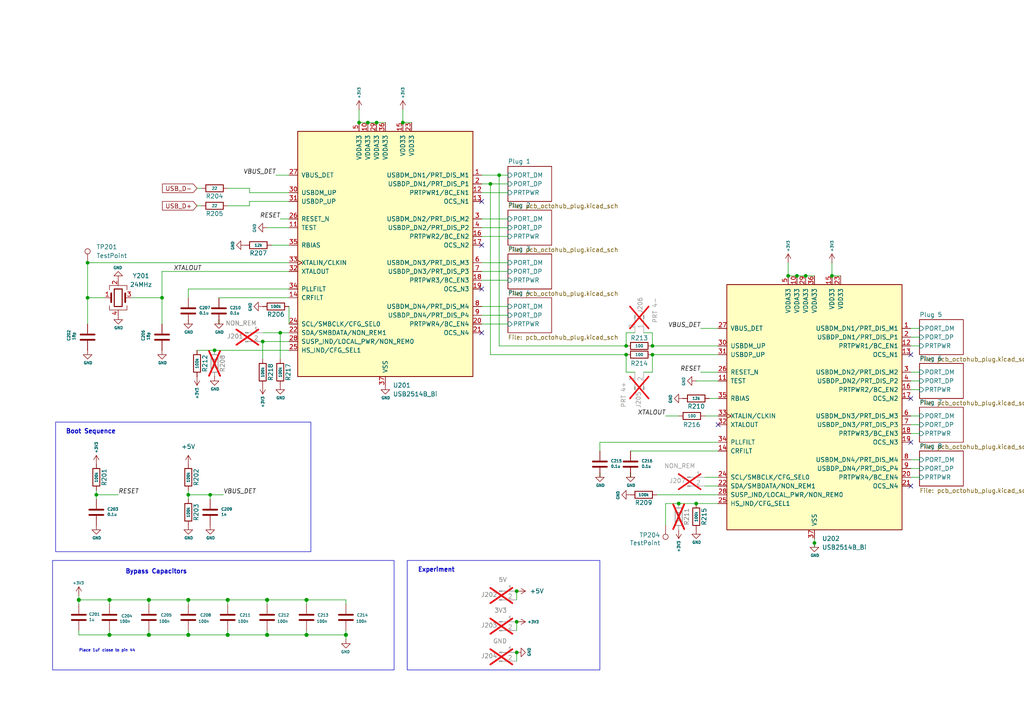
<source format=kicad_sch>
(kicad_sch (version 20231120) (generator "eeschema") (generator_version "8.0")
  (paper "A4")
  (title_block (title "Octoprobe octohub") (date "2024-05-22") (rev "0.1") (company "Hans Märki, Märki Informatik") (comment 1 "The MIT License (MIT)"))
  (lib_symbols
    (symbol "00_project_library:C" (pin_numbers hide) (pin_names (offset 0.254))
      (property "Reference" "C" (at 0.635 2.54 0))
      (property "Value" "C" (at 0.635 -2.54 0))
      (symbol "C_0_1"
        (polyline (pts (xy -2.032 -0.762) (xy 2.032 -0.762)) (stroke (width 0.508)))
        (polyline (pts (xy -2.032 0.762) (xy 2.032 0.762)) (stroke (width 0.508)))
      )
      (symbol "C_1_1"
        (pin passive line (at 0 3.81 270) (length 2.794) (name "~") (number "1"))
        (pin passive line (at 0 -3.81 90) (length 2.794) (name "~") (number "2"))
      )
    )
    (symbol "Connector:Conn_01x02_Pin" (pin_names (offset 1.016) hide)
      (property "Reference" "J" (at 0 2.54 0))
      (property "Value" "Conn_01x02_Pin" (at 0 -5.08 0))
      (symbol "Conn_01x02_Pin_1_1"
        (polyline (pts (xy 1.27 -2.54) (xy 0.8636 -2.54)) (stroke (width 0.1524)))
        (polyline (pts (xy 1.27 0) (xy 0.8636 0)) (stroke (width 0.1524)))
        (rectangle (start 0.8636 -2.413) (end 0 -2.667) (stroke (width 0.1524)) (fill (type outline)))
        (rectangle (start 0.8636 0.127) (end 0 -0.127) (stroke (width 0.1524)) (fill (type outline)))
        (pin passive line (at 5.08 0 180) (length 3.81) (name "Pin_1") (number "1"))
        (pin passive line (at 5.08 -2.54 180) (length 3.81) (name "Pin_2") (number "2"))
      )
    )
    (symbol "Connector:TestPoint" (pin_numbers hide) (pin_names (offset 0.762) hide)
      (property "Reference" "TP" (at 0 6.858 0))
      (property "Value" "TestPoint" (at 0 5.08 0))
      (symbol "TestPoint_0_1"
        (circle (center 0 3.302) (radius 0.762))
      )
      (symbol "TestPoint_1_1"
        (pin passive line (at 0 0 90) (length 2.54) (name "1") (number "1"))
      )
    )
    (symbol "Device:Crystal_GND24" (pin_names (offset 1.016) hide)
      (property "Reference" "Y" (at 3.175 5.08 0))
      (property "Value" "Crystal_GND24" (at 3.175 3.175 0))
      (symbol "Crystal_GND24_0_1"
        (rectangle (start -1.143 2.54) (end 1.143 -2.54) (stroke (width 0.3048)))
        (polyline (pts (xy -2.54 0) (xy -2.032 0)))
        (polyline (pts (xy -2.032 -1.27) (xy -2.032 1.27)) (stroke (width 0.508)))
        (polyline (pts (xy 0 -3.81) (xy 0 -3.556)))
        (polyline (pts (xy 0 3.556) (xy 0 3.81)))
        (polyline (pts (xy 2.032 -1.27) (xy 2.032 1.27)) (stroke (width 0.508)))
        (polyline (pts (xy 2.032 0) (xy 2.54 0)))
        (polyline (pts (xy -2.54 -2.286) (xy -2.54 -3.556) (xy 2.54 -3.556) (xy 2.54 -2.286)))
        (polyline (pts (xy -2.54 2.286) (xy -2.54 3.556) (xy 2.54 3.556) (xy 2.54 2.286)))
      )
      (symbol "Crystal_GND24_1_1"
        (pin passive line (at -3.81 0 0) (length 1.27) (name "1") (number "1"))
        (pin passive line (at 0 5.08 270) (length 1.27) (name "2") (number "2"))
        (pin passive line (at 3.81 0 180) (length 1.27) (name "3") (number "3"))
        (pin passive line (at 0 -5.08 90) (length 1.27) (name "4") (number "4"))
      )
    )
    (symbol "Device:R" (pin_numbers hide) (pin_names (offset 0))
      (property "Reference" "R" (at 2.032 0 90))
      (property "Value" "R" (at 0 0 90))
      (symbol "R_0_1"
        (rectangle (start -1.016 -2.54) (end 1.016 2.54) (stroke (width 0.254)))
      )
      (symbol "R_1_1"
        (pin passive line (at 0 3.81 270) (length 1.27) (name "~") (number "1"))
        (pin passive line (at 0 -3.81 90) (length 1.27) (name "~") (number "2"))
      )
    )
    (symbol "Interface_USB:USB2514B_Bi" (pin_names (offset 1.016))
      (property "Reference" "U" (at -17.78 40.64 0))
      (property "Value" "USB2514B_Bi" (at -20.32 38.1 0))
      (symbol "USB2514B_Bi_0_1"
        (rectangle (start -25.4 35.56) (end 25.4 -35.56) (stroke (width 0.254)) (fill (type background)))
      )
      (symbol "USB2514B_Bi_1_1"
        (pin bidirectional line (at 27.94 22.86 180) (length 2.54) (name "USBDM_DN1/PRT_DIS_M1") (number "1"))
        (pin power_in line (at -5.08 38.1 270) (length 2.54) (name "VDDA33") (number "10"))
        (pin input line (at -27.94 7.62 0) (length 2.54) (name "TEST") (number "11"))
        (pin bidirectional line (at 27.94 17.78 180) (length 2.54) (name "PRTPWR1/BC_EN1") (number "12"))
        (pin input line (at 27.94 15.24 180) (length 2.54) (name "OCS_N1") (number "13"))
        (pin input line (at -27.94 -12.7 0) (length 2.54) (name "CRFILT") (number "14"))
        (pin power_in line (at 5.08 38.1 270) (length 2.54) (name "VDD33") (number "15"))
        (pin bidirectional line (at 27.94 5.08 180) (length 2.54) (name "PRTPWR2/BC_EN2") (number "16"))
        (pin input line (at 27.94 2.54 180) (length 2.54) (name "OCS_N2") (number "17"))
        (pin bidirectional line (at 27.94 -7.62 180) (length 2.54) (name "PRTPWR3/BC_EN3") (number "18"))
        (pin input line (at 27.94 -10.16 180) (length 2.54) (name "OCS_N3") (number "19"))
        (pin bidirectional line (at 27.94 20.32 180) (length 2.54) (name "USBDP_DN1/PRT_DIS_P1") (number "2"))
        (pin bidirectional line (at 27.94 -20.32 180) (length 2.54) (name "PRTPWR4/BC_EN4") (number "20"))
        (pin input line (at 27.94 -22.86 180) (length 2.54) (name "OCS_N4") (number "21"))
        (pin bidirectional line (at -27.94 -22.86 0) (length 2.54) (name "SDA/SMBDATA/NON_REM1") (number "22"))
        (pin power_in line (at 7.62 38.1 270) (length 2.54) (name "VDD33") (number "23"))
        (pin bidirectional line (at -27.94 -20.32 0) (length 2.54) (name "SCL/SMBCLK/CFG_SEL0") (number "24"))
        (pin bidirectional line (at -27.94 -27.94 0) (length 2.54) (name "HS_IND/CFG_SEL1") (number "25"))
        (pin input line (at -27.94 10.16 0) (length 2.54) (name "RESET_N") (number "26"))
        (pin input line (at -27.94 22.86 0) (length 2.54) (name "VBUS_DET") (number "27"))
        (pin bidirectional line (at -27.94 -25.4 0) (length 2.54) (name "SUSP_IND/LOCAL_PWR/NON_REM0") (number "28"))
        (pin power_in line (at -2.54 38.1 270) (length 2.54) (name "VDDA33") (number "29"))
        (pin bidirectional line (at 27.94 10.16 180) (length 2.54) (name "USBDM_DN2/PRT_DIS_M2") (number "3"))
        (pin bidirectional line (at -27.94 17.78 0) (length 2.54) (name "USBDM_UP") (number "30"))
        (pin bidirectional line (at -27.94 15.24 0) (length 2.54) (name "USBDP_UP") (number "31"))
        (pin output line (at -27.94 -5.08 0) (length 2.54) (name "XTALOUT") (number "32"))
        (pin input clock (at -27.94 -2.54 0) (length 2.54) (name "XTALIN/CLKIN") (number "33"))
        (pin input line (at -27.94 -10.16 0) (length 2.54) (name "PLLFILT") (number "34"))
        (pin input line (at -27.94 2.54 0) (length 2.54) (name "RBIAS") (number "35"))
        (pin power_in line (at 0 38.1 270) (length 2.54) (name "VDDA33") (number "36"))
        (pin power_in line (at 0 -38.1 90) (length 2.54) (name "VSS") (number "37"))
        (pin bidirectional line (at 27.94 7.62 180) (length 2.54) (name "USBDP_DN2/PRT_DIS_P2") (number "4"))
        (pin power_in line (at -7.62 38.1 270) (length 2.54) (name "VDDA33") (number "5"))
        (pin bidirectional line (at 27.94 -2.54 180) (length 2.54) (name "USBDM_DN3/PRT_DIS_M3") (number "6"))
        (pin bidirectional line (at 27.94 -5.08 180) (length 2.54) (name "USBDP_DN3/PRT_DIS_P3") (number "7"))
        (pin bidirectional line (at 27.94 -15.24 180) (length 2.54) (name "USBDM_DN4/PRT_DIS_M4") (number "8"))
        (pin bidirectional line (at 27.94 -17.78 180) (length 2.54) (name "USBDP_DN4/PRT_DIS_P4") (number "9"))
      )
    )
    (symbol "power:+3V3" (power) (pin_numbers hide) (pin_names (offset 0) hide)
      (property "Value" "+3V3" (at 0 3.556 0))
      (symbol "+3V3_0_1"
        (polyline (pts (xy -0.762 1.27) (xy 0 2.54)))
        (polyline (pts (xy 0 0) (xy 0 2.54)))
        (polyline (pts (xy 0 2.54) (xy 0.762 1.27)))
      )
      (symbol "+3V3_1_1"
        (pin power_in line (at 0 0 90) (length 0) (name "~") (number "1"))
      )
    )
    (symbol "power:+5V" (power) (pin_numbers hide) (pin_names (offset 0) hide)
      (property "Value" "+5V" (at 0 3.556 0))
      (symbol "+5V_0_1"
        (polyline (pts (xy -0.762 1.27) (xy 0 2.54)))
        (polyline (pts (xy 0 0) (xy 0 2.54)))
        (polyline (pts (xy 0 2.54) (xy 0.762 1.27)))
      )
      (symbol "+5V_1_1"
        (pin power_in line (at 0 0 90) (length 0) (name "~") (number "1"))
      )
    )
    (symbol "power:GND" (power) (pin_numbers hide) (pin_names (offset 0) hide)
      (property "Value" "GND" (at 0 -3.81 0))
      (symbol "GND_0_1"
        (polyline (pts (xy 0 0) (xy 0 -1.27) (xy 1.27 -1.27) (xy 0 -2.54) (xy -1.27 -1.27) (xy 0 -1.27)))
      )
      (symbol "GND_1_1"
        (pin power_in line (at 0 0 270) (length 0) (name "~") (number "1"))
      )
    )
  )
  (junction (at 189.23 102.87))
  (junction (at 77.47 184.15) (diameter 1.016))
  (junction (at 62.23 101.6))
  (junction (at 144.78 50.8))
  (junction (at 201.93 146.05))
  (junction (at 142.24 53.34))
  (junction (at 25.4 86.36))
  (junction (at 54.61 173.99) (diameter 1.016))
  (junction (at 46.99 86.36))
  (junction (at 88.9 184.15) (diameter 1.016))
  (junction (at 27.94 143.51))
  (junction (at 77.47 173.99) (diameter 1.016))
  (junction (at 22.86 173.99) (diameter 1.016))
  (junction (at 181.61 102.87))
  (junction (at 88.9 173.99) (diameter 1.016))
  (junction (at 236.22 157.48))
  (junction (at 43.18 173.99) (diameter 1.016))
  (junction (at 106.68 35.56))
  (junction (at 81.28 96.52))
  (junction (at 60.96 143.51))
  (junction (at 189.23 100.33))
  (junction (at 66.04 184.15) (diameter 1.016))
  (junction (at 25.4 76.2))
  (junction (at 228.6 80.01))
  (junction (at 104.14 35.56))
  (junction (at 149.86 171.45))
  (junction (at 196.85 146.05))
  (junction (at 31.75 173.99) (diameter 1.016))
  (junction (at 66.04 173.99) (diameter 1.016))
  (junction (at 43.18 184.15) (diameter 1.016))
  (junction (at 116.84 35.56))
  (junction (at 100.33 184.15) (diameter 1.016))
  (junction (at 109.22 35.56))
  (junction (at 54.61 184.15) (diameter 1.016))
  (junction (at 181.61 100.33))
  (junction (at 233.68 80.01))
  (junction (at 54.61 143.51))
  (junction (at 149.86 180.34))
  (junction (at 241.3 80.01))
  (junction (at 76.2 99.06))
  (junction (at 31.75 184.15) (diameter 1.016))
  (junction (at 231.14 80.01))
  (junction (at 149.86 189.23))
  (no_connect (at 139.7 96.52))
  (no_connect (at 139.7 58.42))
  (no_connect (at 139.7 71.12))
  (no_connect (at 264.16 102.87))
  (no_connect (at 264.16 115.57))
  (no_connect (at 264.16 128.27))
  (no_connect (at 208.28 123.19))
  (no_connect (at 264.16 140.97))
  (no_connect (at 139.7 83.82))
  (wire (pts (xy 43.18 175.26) (xy 43.18 173.99)))
  (wire (pts (xy 266.7 110.49) (xy 264.16 110.49)))
  (wire (pts (xy 72.39 54.61) (xy 72.39 55.88)))
  (wire (pts (xy 66.04 184.15) (xy 54.61 184.15)))
  (wire (pts (xy 66.04 59.69) (xy 72.39 59.69)))
  (wire (pts (xy 31.75 175.26) (xy 31.75 173.99)))
  (wire (pts (xy 147.32 53.34) (xy 142.24 53.34)))
  (wire (pts (xy 147.32 50.8) (xy 144.78 50.8)))
  (wire (pts (xy 204.47 120.65) (xy 208.28 120.65)))
  (wire (pts (xy 60.96 143.51) (xy 60.96 144.78)))
  (wire (pts (xy 38.1 86.36) (xy 46.99 86.36)))
  (wire (pts (xy 88.9 184.15) (xy 77.47 184.15)))
  (wire (pts (xy 88.9 173.99) (xy 100.33 173.99)))
  (wire (pts (xy 22.86 182.88) (xy 22.86 184.15)))
  (wire (pts (xy 22.86 173.99) (xy 22.86 175.26)))
  (wire (pts (xy 190.5 143.51) (xy 208.28 143.51)))
  (wire (pts (xy 266.7 135.89) (xy 264.16 135.89)))
  (wire (pts (xy 236.22 156.21) (xy 236.22 157.48)))
  (wire (pts (xy 88.9 175.26) (xy 88.9 173.99)))
  (wire (pts (xy 106.68 35.56) (xy 109.22 35.56)))
  (wire (pts (xy 54.61 175.26) (xy 54.61 173.99)))
  (wire (pts (xy 266.7 120.65) (xy 264.16 120.65)))
  (wire (pts (xy 88.9 184.15) (xy 100.33 184.15)))
  (wire (pts (xy 139.7 76.2) (xy 147.32 76.2)))
  (wire (pts (xy 181.61 102.87) (xy 181.61 107.95)))
  (wire (pts (xy 193.04 152.4) (xy 193.04 146.05)))
  (wire (pts (xy 81.28 96.52) (xy 83.82 96.52)))
  (wire (pts (xy 266.7 95.25) (xy 264.16 95.25)))
  (wire (pts (xy 233.68 80.01) (xy 236.22 80.01)))
  (wire (pts (xy 139.7 68.58) (xy 147.32 68.58)))
  (wire (pts (xy 31.75 182.88) (xy 31.75 184.15)))
  (wire (pts (xy 228.6 80.01) (xy 231.14 80.01)))
  (wire (pts (xy 241.3 76.2) (xy 241.3 80.01)))
  (wire (pts (xy 266.7 97.79) (xy 264.16 97.79)))
  (wire (pts (xy 64.77 143.51) (xy 60.96 143.51)))
  (wire (pts (xy 182.88 130.81) (xy 208.28 130.81)))
  (wire (pts (xy 66.04 173.99) (xy 77.47 173.99)))
  (wire (pts (xy 236.22 158.75) (xy 236.22 157.48)))
  (wire (pts (xy 57.15 59.69) (xy 58.42 59.69)))
  (wire (pts (xy 25.4 76.2) (xy 83.82 76.2)))
  (wire (pts (xy 144.78 50.8) (xy 139.7 50.8)))
  (wire (pts (xy 196.85 146.05) (xy 201.93 146.05)))
  (wire (pts (xy 72.39 59.69) (xy 72.39 58.42)))
  (wire (pts (xy 139.7 81.28) (xy 147.32 81.28)))
  (wire (pts (xy 228.6 76.2) (xy 228.6 80.01)))
  (wire (pts (xy 104.14 31.75) (xy 104.14 35.56)))
  (wire (pts (xy 173.99 128.27) (xy 173.99 130.81)))
  (wire (pts (xy 139.7 93.98) (xy 147.32 93.98)))
  (wire (pts (xy 77.47 182.88) (xy 77.47 184.15)))
  (wire (pts (xy 204.47 138.43) (xy 208.28 138.43)))
  (wire (pts (xy 72.39 58.42) (xy 83.82 58.42)))
  (wire (pts (xy 201.93 146.05) (xy 208.28 146.05)))
  (wire (pts (xy 27.94 143.51) (xy 27.94 144.78)))
  (wire (pts (xy 100.33 182.88) (xy 100.33 184.15)))
  (wire (pts (xy 63.5 86.36) (xy 83.82 86.36)))
  (wire (pts (xy 181.61 102.87) (xy 142.24 102.87)))
  (wire (pts (xy 173.99 128.27) (xy 208.28 128.27)))
  (wire (pts (xy 116.84 31.75) (xy 116.84 35.56)))
  (wire (pts (xy 62.23 101.6) (xy 83.82 101.6)))
  (wire (pts (xy 189.23 102.87) (xy 189.23 107.95)))
  (wire (pts (xy 266.7 100.33) (xy 264.16 100.33)))
  (wire (pts (xy 66.04 175.26) (xy 66.04 173.99)))
  (wire (pts (xy 181.61 107.95) (xy 184.15 107.95)))
  (wire (pts (xy 22.86 184.15) (xy 31.75 184.15)))
  (wire (pts (xy 81.28 104.14) (xy 81.28 96.52)))
  (wire (pts (xy 266.7 125.73) (xy 264.16 125.73)))
  (wire (pts (xy 76.2 99.06) (xy 76.2 104.14)))
  (wire (pts (xy 72.39 55.88) (xy 83.82 55.88)))
  (wire (pts (xy 231.14 80.01) (xy 233.68 80.01)))
  (wire (pts (xy 139.7 63.5) (xy 147.32 63.5)))
  (wire (pts (xy 181.61 96.52) (xy 184.15 96.52)))
  (wire (pts (xy 139.7 66.04) (xy 147.32 66.04)))
  (wire (pts (xy 46.99 78.74) (xy 83.82 78.74)))
  (wire (pts (xy 30.48 86.36) (xy 25.4 86.36)))
  (wire (pts (xy 31.75 173.99) (xy 43.18 173.99)))
  (wire (pts (xy 54.61 143.51) (xy 60.96 143.51)))
  (wire (pts (xy 77.47 173.99) (xy 88.9 173.99)))
  (wire (pts (xy 57.15 101.6) (xy 62.23 101.6)))
  (wire (pts (xy 142.24 53.34) (xy 139.7 53.34)))
  (wire (pts (xy 189.23 102.87) (xy 208.28 102.87)))
  (wire (pts (xy 100.33 175.26) (xy 100.33 173.99)))
  (wire (pts (xy 83.82 83.82) (xy 54.61 83.82)))
  (wire (pts (xy 266.7 123.19) (xy 264.16 123.19)))
  (wire (pts (xy 83.82 88.9) (xy 83.82 93.98)))
  (wire (pts (xy 116.84 35.56) (xy 119.38 35.56)))
  (wire (pts (xy 109.22 35.56) (xy 111.76 35.56)))
  (wire (pts (xy 266.7 113.03) (xy 264.16 113.03)))
  (wire (pts (xy 205.74 115.57) (xy 208.28 115.57)))
  (wire (pts (xy 78.74 71.12) (xy 83.82 71.12)))
  (wire (pts (xy 54.61 83.82) (xy 54.61 86.36)))
  (wire (pts (xy 149.86 171.45) (xy 149.86 173.99)))
  (wire (pts (xy 104.14 35.56) (xy 106.68 35.56)))
  (wire (pts (xy 66.04 54.61) (xy 72.39 54.61)))
  (wire (pts (xy 189.23 96.52) (xy 186.69 96.52)))
  (wire (pts (xy 266.7 138.43) (xy 264.16 138.43)))
  (wire (pts (xy 189.23 96.52) (xy 189.23 100.33)))
  (wire (pts (xy 142.24 53.34) (xy 142.24 102.87)))
  (wire (pts (xy 144.78 100.33) (xy 181.61 100.33)))
  (wire (pts (xy 25.4 76.2) (xy 25.4 86.36)))
  (wire (pts (xy 189.23 100.33) (xy 208.28 100.33)))
  (wire (pts (xy 54.61 184.15) (xy 43.18 184.15)))
  (wire (pts (xy 100.33 184.15) (xy 100.33 185.42)))
  (wire (pts (xy 77.47 66.04) (xy 83.82 66.04)))
  (wire (pts (xy 27.94 142.24) (xy 27.94 143.51)))
  (wire (pts (xy 43.18 173.99) (xy 54.61 173.99)))
  (wire (pts (xy 25.4 93.98) (xy 25.4 86.36)))
  (wire (pts (xy 189.23 107.95) (xy 186.69 107.95)))
  (wire (pts (xy 77.47 184.15) (xy 66.04 184.15)))
  (wire (pts (xy 81.28 63.5) (xy 83.82 63.5)))
  (wire (pts (xy 193.04 146.05) (xy 196.85 146.05)))
  (wire (pts (xy 22.86 173.99) (xy 31.75 173.99)))
  (wire (pts (xy 46.99 93.98) (xy 46.99 86.36)))
  (wire (pts (xy 203.2 95.25) (xy 208.28 95.25)))
  (wire (pts (xy 54.61 92.71) (xy 54.61 93.98)))
  (wire (pts (xy 63.5 92.71) (xy 63.5 93.98)))
  (wire (pts (xy 27.94 143.51) (xy 34.29 143.51)))
  (wire (pts (xy 88.9 182.88) (xy 88.9 184.15)))
  (wire (pts (xy 147.32 55.88) (xy 139.7 55.88)))
  (wire (pts (xy 22.86 172.72) (xy 22.86 173.99)))
  (wire (pts (xy 77.47 175.26) (xy 77.47 173.99)))
  (wire (pts (xy 57.15 54.61) (xy 58.42 54.61)))
  (wire (pts (xy 173.99 137.16) (xy 173.99 138.43)))
  (wire (pts (xy 193.04 120.65) (xy 196.85 120.65)))
  (wire (pts (xy 149.86 189.23) (xy 149.86 191.77)))
  (wire (pts (xy 76.2 96.52) (xy 81.28 96.52)))
  (wire (pts (xy 46.99 78.74) (xy 46.99 86.36)))
  (wire (pts (xy 43.18 184.15) (xy 31.75 184.15)))
  (wire (pts (xy 181.61 100.33) (xy 181.61 96.52)))
  (wire (pts (xy 54.61 182.88) (xy 54.61 184.15)))
  (wire (pts (xy 80.01 50.8) (xy 83.82 50.8)))
  (wire (pts (xy 139.7 88.9) (xy 147.32 88.9)))
  (wire (pts (xy 144.78 50.8) (xy 144.78 100.33)))
  (wire (pts (xy 203.2 107.95) (xy 208.28 107.95)))
  (wire (pts (xy 66.04 182.88) (xy 66.04 184.15)))
  (wire (pts (xy 54.61 173.99) (xy 66.04 173.99)))
  (wire (pts (xy 54.61 142.24) (xy 54.61 143.51)))
  (wire (pts (xy 54.61 143.51) (xy 54.61 144.78)))
  (wire (pts (xy 266.7 133.35) (xy 264.16 133.35)))
  (wire (pts (xy 204.47 140.97) (xy 208.28 140.97)))
  (wire (pts (xy 201.93 110.49) (xy 208.28 110.49)))
  (wire (pts (xy 139.7 78.74) (xy 147.32 78.74)))
  (wire (pts (xy 182.88 137.16) (xy 182.88 138.43)))
  (wire (pts (xy 149.86 180.34) (xy 149.86 182.88)))
  (wire (pts (xy 43.18 182.88) (xy 43.18 184.15)))
  (wire (pts (xy 139.7 91.44) (xy 147.32 91.44)))
  (wire (pts (xy 76.2 99.06) (xy 83.82 99.06)))
  (wire (pts (xy 241.3 80.01) (xy 243.84 80.01)))
  (wire (pts (xy 266.7 107.95) (xy 264.16 107.95)))
  (rectangle (start 15.24 162.56) (end 114.3 194.31))
  (rectangle (start 118.11 162.56) (end 173.99 194.31))
  (rectangle (start 16.129 122.428) (end 90.17 160.02))
  (text "Place 1uF close to pin 44" (at 22.86 189.23 0) (effects (font (size 0.8 0.8)) (justify left bottom)))
  (text "Experiment" (at 121.158 166.116 0) (effects (font (size 1.27 1.27) (thickness 0.254) (bold yes)) (justify left bottom)))
  (text "Bypass Capacitors" (at 36.322 166.624 0) (effects (font (size 1.27 1.27) (thickness 0.254) (bold yes)) (justify left bottom)))
  (text "Boot Sequence" (at 19.05 125.984 0) (effects (font (size 1.27 1.27) (thickness 0.254) (bold yes)) (justify left bottom)))
  (label "XTALOUT" (at 58.42 78.74 180) (effects (font (italic yes))))
  (label "VBUS_DET" (at 64.77 143.51 0) (effects (font (italic yes))))
  (label "VBUS_DET" (at 203.2 95.25 180) (effects (font (italic yes))))
  (label "RESET" (at 81.28 63.5 180) (effects (font (italic yes))))
  (label "RESET" (at 203.2 107.95 180) (effects (font (italic yes))))
  (label "VBUS_DET" (at 80.01 50.8 180) (effects (font (italic yes))))
  (label "RESET" (at 34.29 143.51 0) (effects (font (italic yes))))
  (label "XTALOUT" (at 193.04 120.65 180) (effects (font (italic yes))))
  (global_label "USB_D+" (shape input) (at 57.15 59.69 180) (property "Intersheetrefs" "${INTERSHEET_REFS}" (effects (hide yes))))
  (global_label "USB_D-" (shape input) (at 57.15 54.61 180) (property "Intersheetrefs" "${INTERSHEET_REFS}" (effects (hide yes))))
  (symbol (lib_id "Connector:Conn_01x02_Pin") (at 144.78 189.23 0) (unit 1) (in_bom no) (dnp yes)
    (property "Reference" "J204" (at 144.272 190.246 0) (effects (justify right)))
    (property "Value" "GND" (at 147.066 185.928 0) (effects (justify right)))
    (property "Footprint" "Connector_PinHeader_2.54mm:PinHeader_1x02_P2.54mm_Vertical" (effects (hide yes)))
    (property "Description" "Generic connector, single row, 01x02, script generated" (effects (hide yes)))
  )
  (symbol (lib_id "Device:R") (at 201.93 115.57 90) (unit 1)
    (property "Reference" "R210" (at 201.93 117.856 90))
    (property "Value" "12k" (at 201.93 115.57 90) (effects (font (size 0.8 0.8))))
    (property "Footprint" "Resistor_SMD:R_0402_1005Metric_Pad0.72x0.64mm_HandSolder" (effects (hide yes)))
  )
  (symbol (lib_id "power:GND") (at 34.29 81.28 180) (unit 1)
    (property "Reference" "#PWR0205" (effects (hide yes)))
    (property "Value" "GND" (at 34.163 77.6478 0) (effects (font (size 0.8 0.8))))
    (property "Description" "Power symbol creates a global label with name \"GND\" , ground" (effects (hide yes)))
  )
  (symbol (lib_id "Connector:Conn_01x02_Pin") (at 144.78 180.34 0) (unit 1) (in_bom no) (dnp yes)
    (property "Reference" "J203" (at 144.272 181.356 0) (effects (justify right)))
    (property "Value" "3V3" (at 147.066 177.038 0) (effects (justify right)))
    (property "Footprint" "Connector_PinHeader_2.54mm:PinHeader_1x02_P2.54mm_Vertical" (effects (hide yes)))
    (property "Description" "Generic connector, single row, 01x02, script generated" (effects (hide yes)))
  )
  (symbol (lib_id "power:GND") (at 182.88 137.16 0) (unit 1)
    (property "Reference" "#PWR0225" (effects (hide yes)))
    (property "Value" "GND" (at 183.007 140.7922 0) (effects (font (size 0.8 0.8))))
    (property "Description" "Power symbol creates a global label with name \"GND\" , ground" (effects (hide yes)))
  )
  (symbol (lib_id "Device:R") (at 62.23 59.69 90) (unit 1)
    (property "Reference" "R205" (at 62.23 61.976 90))
    (property "Value" "22" (at 62.23 59.69 90) (effects (font (size 0.8 0.8))))
    (property "Footprint" "Resistor_SMD:R_0402_1005Metric_Pad0.72x0.64mm_HandSolder" (effects (hide yes)))
  )
  (symbol (lib_id "power:GND") (at 100.33 185.42 0) (unit 1)
    (property "Reference" "#PWR0217" (effects (hide yes)))
    (property "Value" "GND" (at 100.203 189.0522 0) (effects (font (size 0.8 0.8))))
    (property "Description" "Power symbol creates a global label with name \"GND\" , ground" (effects (hide yes)))
  )
  (symbol (lib_id "00_project_library:C") (at 22.86 179.07 0) (unit 1)
    (property "Reference" "C201" (at 25.781 178.1556 0) (effects (font (size 0.8 0.8)) (justify left)))
    (property "Value" "1u" (at 25.781 179.705 0) (effects (font (size 0.8 0.8)) (justify left)))
    (property "Footprint" "Capacitor_SMD:C_0402_1005Metric_Pad0.74x0.62mm_HandSolder" (effects (hide yes)))
  )
  (symbol (lib_id "00_project_library:C") (at 60.96 148.59 0) (unit 1)
    (property "Reference" "C209" (at 64.135 147.6756 0) (effects (font (size 0.8 0.8)) (justify left)))
    (property "Value" "1n" (at 64.135 149.225 0) (effects (font (size 0.8 0.8)) (justify left)))
    (property "Footprint" "Capacitor_SMD:C_0603_1608Metric" (effects (hide yes)))
  )
  (symbol (lib_id "power:+3V3") (at 27.94 134.62 0) (unit 1)
    (property "Reference" "#PWR0203" (effects (hide yes)))
    (property "Value" "+3V3" (at 27.94 129.794 90) (effects (font (size 0.8 0.8))))
    (property "Description" "Power symbol creates a global label with name \"+3V3\"" (effects (hide yes)))
  )
  (symbol (lib_id "Device:Crystal_GND24") (at 34.29 86.36 0) (unit 1)
    (property "Reference" "Y201" (at 40.894 80.01 0))
    (property "Value" "24MHz" (at 40.894 82.55 0))
    (property "Footprint" "Crystal:Crystal_SMD_3225-4Pin_3.2x2.5mm" (effects (hide yes)))
    (property "Datasheet" "https://wmsc.lcsc.com/wmsc/upload/file/pdf/v2/lcsc/2403291504_YXC-X322524MOB4SI_C70590.pdf" (effects (hide yes)))
    (property "Description" "Four pin crystal, GND on pins 2 and 4" (effects (hide yes)))
    (property "JLC" "C70590" (effects (hide yes)))
  )
  (symbol (lib_id "power:GND") (at 236.22 157.48 0) (unit 1)
    (property "Reference" "#PWR0231" (effects (hide yes)))
    (property "Value" "GND" (at 236.347 161.1122 0) (effects (font (size 0.8 0.8))))
    (property "Description" "Power symbol creates a global label with name \"GND\" , ground" (effects (hide yes)))
  )
  (symbol (lib_id "Interface_USB:USB2514B_Bi") (at 111.76 73.66 0) (unit 1)
    (property "Reference" "U201" (at 113.9541 111.76 0) (effects (justify left)))
    (property "Value" "USB2514B_Bi" (at 113.9541 114.3 0) (effects (justify left)))
    (property "Footprint" "Package_DFN_QFN:Texas_RHH0036C_VQFN-36-1EP_6x6mm_P0.5mm_EP4.4x4.4mm_ThermalVias" (effects (hide yes)))
    (property "Datasheet" "http://ww1.microchip.com/downloads/en/DeviceDoc/00001692C.pdf" (effects (hide yes)))
    (property "Description" "USB 2.0 Hi-Speed Hub Controller" (effects (hide yes)))
    (property "JLC" "C16251" (effects (hide yes)))
  )
  (symbol (lib_id "Device:R") (at 200.66 120.65 270) (unit 1)
    (property "Reference" "R216" (at 200.66 123.19 90))
    (property "Value" "100" (at 200.66 120.65 90) (effects (font (size 0.8 0.8))))
    (property "Footprint" "Resistor_SMD:R_0402_1005Metric_Pad0.72x0.64mm_HandSolder" (effects (hide yes)))
  )
  (symbol (lib_id "Device:R") (at 54.61 138.43 180) (unit 1)
    (property "Reference" "R202" (at 56.896 138.43 90))
    (property "Value" "100k" (at 54.61 138.43 90) (effects (font (size 0.8 0.8))))
    (property "Footprint" "Resistor_SMD:R_0402_1005Metric_Pad0.72x0.64mm_HandSolder" (effects (hide yes)))
  )
  (symbol (lib_id "00_project_library:C") (at 54.61 179.07 0) (unit 1)
    (property "Reference" "C208" (at 58.039 178.4096 0) (effects (font (size 0.8 0.8)) (justify left)))
    (property "Value" "100n" (at 57.531 180.213 0) (effects (font (size 0.8 0.8)) (justify left)))
    (property "Footprint" "Capacitor_SMD:C_0402_1005Metric_Pad0.74x0.62mm_HandSolder" (effects (hide yes)))
  )
  (symbol (lib_id "power:GND") (at 76.2 88.9 270) (unit 1)
    (property "Reference" "#PWR0214" (effects (hide yes)))
    (property "Value" "GND" (at 72.5678 89.027 0) (effects (font (size 0.8 0.8))))
    (property "Description" "Power symbol creates a global label with name \"GND\" , ground" (effects (hide yes)))
  )
  (symbol (lib_id "power:GND") (at 27.94 152.4 0) (unit 1)
    (property "Reference" "#PWR0204" (effects (hide yes)))
    (property "Value" "GND" (at 28.067 156.0322 0) (effects (font (size 0.8 0.8))))
    (property "Description" "Power symbol creates a global label with name \"GND\" , ground" (effects (hide yes)))
  )
  (symbol (lib_id "00_project_library:C") (at 182.88 134.62 0) (unit 1)
    (property "Reference" "C216" (at 186.055 133.7056 0) (effects (font (size 0.8 0.8)) (justify left)))
    (property "Value" "0.1u" (at 186.055 135.255 0) (effects (font (size 0.8 0.8)) (justify left)))
    (property "Footprint" "Capacitor_SMD:C_0603_1608Metric" (effects (hide yes)))
  )
  (symbol (lib_id "power:GND") (at 25.4 101.6 0) (unit 1)
    (property "Reference" "#PWR0202" (effects (hide yes)))
    (property "Value" "GND" (at 25.527 105.2322 0) (effects (font (size 0.8 0.8))))
    (property "Description" "Power symbol creates a global label with name \"GND\" , ground" (effects (hide yes)))
  )
  (symbol (lib_id "power:+3V3") (at 228.6 76.2 0) (unit 1)
    (property "Reference" "#PWR0230" (effects (hide yes)))
    (property "Value" "+3V3" (at 228.6 71.374 90) (effects (font (size 0.8 0.8))))
    (property "Description" "Power symbol creates a global label with name \"+3V3\"" (effects (hide yes)))
  )
  (symbol (lib_id "power:+3V3") (at 57.15 109.22 180) (unit 1)
    (property "Reference" "#PWR0233" (effects (hide yes)))
    (property "Value" "+3V3" (at 57.15 114.046 90) (effects (font (size 0.8 0.8))))
    (property "Description" "Power symbol creates a global label with name \"+3V3\"" (effects (hide yes)))
  )
  (symbol (lib_id "Device:R") (at 186.69 143.51 90) (unit 1)
    (property "Reference" "R209" (at 186.69 145.796 90))
    (property "Value" "100k" (at 186.69 143.51 90) (effects (font (size 0.8 0.8))))
    (property "Footprint" "Resistor_SMD:R_0402_1005Metric_Pad0.72x0.64mm_HandSolder" (effects (hide yes)))
  )
  (symbol (lib_id "Device:R") (at 62.23 105.41 180) (unit 1) (in_bom no) (dnp yes)
    (property "Reference" "R208" (at 64.516 105.41 90))
    (property "Value" "100k" (at 62.23 105.41 90) (effects (font (size 0.8 0.8))))
    (property "Footprint" "Resistor_SMD:R_0402_1005Metric_Pad0.72x0.64mm_HandSolder" (effects (hide yes)))
  )
  (symbol (lib_id "Device:R") (at 57.15 105.41 180) (unit 1)
    (property "Reference" "R212" (at 59.436 105.41 90))
    (property "Value" "100k" (at 57.15 105.41 90) (effects (font (size 0.8 0.8))))
    (property "Footprint" "Resistor_SMD:R_0402_1005Metric_Pad0.72x0.64mm_HandSolder" (effects (hide yes)))
  )
  (symbol (lib_id "00_project_library:C") (at 66.04 179.07 0) (unit 1)
    (property "Reference" "C211" (at 69.469 178.4096 0) (effects (font (size 0.8 0.8)) (justify left)))
    (property "Value" "100n" (at 68.961 180.213 0) (effects (font (size 0.8 0.8)) (justify left)))
    (property "Footprint" "Capacitor_SMD:C_0402_1005Metric_Pad0.74x0.62mm_HandSolder" (effects (hide yes)))
  )
  (symbol (lib_id "00_project_library:C") (at 27.94 148.59 0) (unit 1)
    (property "Reference" "C203" (at 31.115 147.6756 0) (effects (font (size 0.8 0.8)) (justify left)))
    (property "Value" "0.1u" (at 31.115 149.225 0) (effects (font (size 0.8 0.8)) (justify left)))
    (property "Footprint" "Capacitor_SMD:C_0603_1608Metric" (effects (hide yes)))
  )
  (symbol (lib_id "Device:R") (at 201.93 149.86 180) (unit 1)
    (property "Reference" "R215" (at 204.216 149.86 90))
    (property "Value" "100k" (at 201.93 149.86 90) (effects (font (size 0.8 0.8))))
    (property "Footprint" "Resistor_SMD:R_0402_1005Metric_Pad0.72x0.64mm_HandSolder" (effects (hide yes)))
  )
  (symbol (lib_id "00_project_library:C") (at 100.33 179.07 0) (unit 1)
    (property "Reference" "C214" (at 103.505 178.4096 0) (effects (font (size 0.8 0.8)) (justify left)))
    (property "Value" "100n" (at 103.251 180.213 0) (effects (font (size 0.8 0.8)) (justify left)))
    (property "Footprint" "Capacitor_SMD:C_0402_1005Metric_Pad0.74x0.62mm_HandSolder" (effects (hide yes)))
  )
  (symbol (lib_id "Device:R") (at 54.61 148.59 180) (unit 1)
    (property "Reference" "R203" (at 56.896 148.59 90))
    (property "Value" "100k" (at 54.61 148.59 90) (effects (font (size 0.8 0.8))))
    (property "Footprint" "Resistor_SMD:R_0402_1005Metric_Pad0.72x0.64mm_HandSolder" (effects (hide yes)))
  )
  (symbol (lib_id "Connector:Conn_01x02_Pin") (at 71.12 96.52 0) (unit 1) (in_bom no) (dnp yes)
    (property "Reference" "J201" (at 70.612 97.536 0) (effects (justify right)))
    (property "Value" "NON_REM" (at 74.422 93.726 0) (effects (justify right)))
    (property "Footprint" "Connector_PinHeader_2.54mm:PinHeader_1x02_P2.54mm_Vertical" (effects (hide yes)))
    (property "Description" "Generic connector, single row, 01x02, script generated" (effects (hide yes)))
  )
  (symbol (lib_id "power:+3V3") (at 22.86 172.72 0) (unit 1)
    (property "Reference" "#PWR0201" (effects (hide yes)))
    (property "Value" "+3V3" (at 22.733 169.0878 0) (effects (font (size 0.8 0.8))))
    (property "Description" "Power symbol creates a global label with name \"+3V3\"" (effects (hide yes)))
  )
  (symbol (lib_id "Device:R") (at 80.01 88.9 90) (unit 1)
    (property "Reference" "R206" (at 80.01 91.186 90))
    (property "Value" "100k" (at 80.01 88.9 90) (effects (font (size 0.8 0.8))))
    (property "Footprint" "Resistor_SMD:R_0402_1005Metric_Pad0.72x0.64mm_HandSolder" (effects (hide yes)))
  )
  (symbol (lib_id "power:GND") (at 77.47 66.04 270) (unit 1)
    (property "Reference" "#PWR0215" (effects (hide yes)))
    (property "Value" "GND" (at 73.8378 66.167 0) (effects (font (size 0.8 0.8))))
    (property "Description" "Power symbol creates a global label with name \"GND\" , ground" (effects (hide yes)))
  )
  (symbol (lib_id "Device:R") (at 76.2 107.95 180) (unit 1)
    (property "Reference" "R218" (at 78.486 107.95 90))
    (property "Value" "100k" (at 76.2 107.95 90) (effects (font (size 0.8 0.8))))
    (property "Footprint" "Resistor_SMD:R_0402_1005Metric_Pad0.72x0.64mm_HandSolder" (effects (hide yes)))
  )
  (symbol (lib_id "Connector:Conn_01x02_Pin") (at 186.69 91.44 270) (unit 1) (in_bom no) (dnp yes)
    (property "Reference" "J206" (at 185.674 90.932 0) (effects (justify right)))
    (property "Value" "PRT 4-" (at 189.992 93.726 0) (effects (justify right)))
    (property "Footprint" "Connector_PinHeader_2.54mm:PinHeader_1x02_P2.54mm_Vertical" (effects (hide yes)))
    (property "Description" "Generic connector, single row, 01x02, script generated" (effects (hide yes)))
  )
  (symbol (lib_id "Device:R") (at 185.42 102.87 270) (unit 1)
    (property "Reference" "R214" (at 185.42 105.41 90))
    (property "Value" "100" (at 185.42 102.87 90) (effects (font (size 0.8 0.8))))
    (property "Footprint" "Resistor_SMD:R_0402_1005Metric_Pad0.72x0.64mm_HandSolder" (effects (hide yes)))
  )
  (symbol (lib_id "power:GND") (at 201.93 153.67 0) (unit 1)
    (property "Reference" "#PWR0236" (effects (hide yes)))
    (property "Value" "GND" (at 202.057 157.3022 0) (effects (font (size 0.8 0.8))))
    (property "Description" "Power symbol creates a global label with name \"GND\" , ground" (effects (hide yes)))
  )
  (symbol (lib_id "power:GND") (at 111.76 111.76 0) (unit 1)
    (property "Reference" "#PWR0219" (effects (hide yes)))
    (property "Value" "GND" (at 111.887 115.3922 0) (effects (font (size 0.8 0.8))))
    (property "Description" "Power symbol creates a global label with name \"GND\" , ground" (effects (hide yes)))
  )
  (symbol (lib_id "power:+3V3") (at 196.85 153.67 180) (unit 1)
    (property "Reference" "#PWR0229" (effects (hide yes)))
    (property "Value" "+3V3" (at 196.85 158.496 90) (effects (font (size 0.8 0.8))))
    (property "Description" "Power symbol creates a global label with name \"+3V3\"" (effects (hide yes)))
  )
  (symbol (lib_id "00_project_library:C") (at 31.75 179.07 0) (unit 1)
    (property "Reference" "C204" (at 35.179 178.6636 0) (effects (font (size 0.8 0.8)) (justify left)))
    (property "Value" "100n" (at 34.671 180.213 0) (effects (font (size 0.8 0.8)) (justify left)))
    (property "Footprint" "Capacitor_SMD:C_0402_1005Metric_Pad0.74x0.62mm_HandSolder" (effects (hide yes)))
  )
  (symbol (lib_id "power:+3V3") (at 149.86 180.34 270) (unit 1)
    (property "Reference" "#PWR0222" (effects (hide yes)))
    (property "Value" "+3V3" (at 154.686 180.34 90) (effects (font (size 0.8 0.8))))
    (property "Description" "Power symbol creates a global label with name \"+3V3\"" (effects (hide yes)))
  )
  (symbol (lib_id "power:GND") (at 63.5 92.71 0) (unit 1)
    (property "Reference" "#PWR0212" (effects (hide yes)))
    (property "Value" "GND" (at 63.627 96.3422 0) (effects (font (size 0.8 0.8))))
    (property "Description" "Power symbol creates a global label with name \"GND\" , ground" (effects (hide yes)))
  )
  (symbol (lib_id "Connector:TestPoint") (at 25.4 76.2 0) (unit 1) (in_bom no)
    (property "Reference" "TP201" (at 27.94 71.6279 0) (effects (justify left)))
    (property "Value" "TestPoint" (at 27.94 74.1679 0) (effects (justify left)))
    (property "Footprint" "TestPoint:TestPoint_Pad_1.0x1.0mm" (effects (hide yes)))
    (property "Description" "test point" (effects (hide yes)))
  )
  (symbol (lib_id "00_project_library:C") (at 77.47 179.07 0) (unit 1)
    (property "Reference" "C212" (at 80.645 178.4096 0) (effects (font (size 0.8 0.8)) (justify left)))
    (property "Value" "100n" (at 80.391 180.213 0) (effects (font (size 0.8 0.8)) (justify left)))
    (property "Footprint" "Capacitor_SMD:C_0402_1005Metric_Pad0.74x0.62mm_HandSolder" (effects (hide yes)))
  )
  (symbol (lib_id "power:GND") (at 182.88 143.51 270) (unit 1)
    (property "Reference" "#PWR0226" (effects (hide yes)))
    (property "Value" "GND" (at 179.2478 143.637 0) (effects (font (size 0.8 0.8))))
    (property "Description" "Power symbol creates a global label with name \"GND\" , ground" (effects (hide yes)))
  )
  (symbol (lib_id "power:GND") (at 46.99 101.6 0) (unit 1)
    (property "Reference" "#PWR0207" (effects (hide yes)))
    (property "Value" "GND" (at 47.117 105.2322 0) (effects (font (size 0.8 0.8))))
    (property "Description" "Power symbol creates a global label with name \"GND\" , ground" (effects (hide yes)))
  )
  (symbol (lib_id "Connector:Conn_01x02_Pin") (at 144.78 171.45 0) (unit 1) (in_bom no) (dnp yes)
    (property "Reference" "J202" (at 144.272 172.466 0) (effects (justify right)))
    (property "Value" "5V" (at 147.066 168.148 0) (effects (justify right)))
    (property "Footprint" "Connector_PinHeader_2.54mm:PinHeader_1x02_P2.54mm_Vertical" (effects (hide yes)))
    (property "Description" "Generic connector, single row, 01x02, script generated" (effects (hide yes)))
  )
  (symbol (lib_id "power:GND") (at 149.86 189.23 90) (unit 1)
    (property "Reference" "#PWR0223" (effects (hide yes)))
    (property "Value" "GND" (at 153.4922 189.103 0) (effects (font (size 0.8 0.8))))
    (property "Description" "Power symbol creates a global label with name \"GND\" , ground" (effects (hide yes)))
  )
  (symbol (lib_id "power:GND") (at 60.96 152.4 0) (unit 1)
    (property "Reference" "#PWR0211" (effects (hide yes)))
    (property "Value" "GND" (at 61.087 156.0322 0) (effects (font (size 0.8 0.8))))
    (property "Description" "Power symbol creates a global label with name \"GND\" , ground" (effects (hide yes)))
  )
  (symbol (lib_id "power:+3V3") (at 241.3 76.2 0) (unit 1)
    (property "Reference" "#PWR0232" (effects (hide yes)))
    (property "Value" "+3V3" (at 241.3 71.374 90) (effects (font (size 0.8 0.8))))
    (property "Description" "Power symbol creates a global label with name \"+3V3\"" (effects (hide yes)))
  )
  (symbol (lib_id "Device:R") (at 81.28 107.95 180) (unit 1)
    (property "Reference" "R217" (at 83.566 107.95 90))
    (property "Value" "100k" (at 81.28 107.95 90) (effects (font (size 0.8 0.8))))
    (property "Footprint" "Resistor_SMD:R_0402_1005Metric_Pad0.72x0.64mm_HandSolder" (effects (hide yes)))
  )
  (symbol (lib_id "power:GND") (at 62.23 109.22 0) (unit 1)
    (property "Reference" "#PWR0216" (effects (hide yes)))
    (property "Value" "GND" (at 62.357 112.8522 0) (effects (font (size 0.8 0.8))))
    (property "Description" "Power symbol creates a global label with name \"GND\" , ground" (effects (hide yes)))
  )
  (symbol (lib_id "power:GND") (at 201.93 110.49 270) (unit 1)
    (property "Reference" "#PWR0228" (effects (hide yes)))
    (property "Value" "GND" (at 198.2978 110.617 0) (effects (font (size 0.8 0.8))))
    (property "Description" "Power symbol creates a global label with name \"GND\" , ground" (effects (hide yes)))
  )
  (symbol (lib_id "00_project_library:C") (at 43.18 179.07 0) (unit 1)
    (property "Reference" "C205" (at 46.609 178.4096 0) (effects (font (size 0.8 0.8)) (justify left)))
    (property "Value" "100n" (at 46.101 180.213 0) (effects (font (size 0.8 0.8)) (justify left)))
    (property "Footprint" "Capacitor_SMD:C_0402_1005Metric_Pad0.74x0.62mm_HandSolder" (effects (hide yes)))
  )
  (symbol (lib_id "Device:R") (at 185.42 100.33 270) (unit 1)
    (property "Reference" "R213" (at 185.42 98.044 90))
    (property "Value" "100" (at 185.42 100.33 90) (effects (font (size 0.8 0.8))))
    (property "Footprint" "Resistor_SMD:R_0402_1005Metric_Pad0.72x0.64mm_HandSolder" (effects (hide yes)))
  )
  (symbol (lib_id "00_project_library:C") (at 173.99 134.62 0) (unit 1)
    (property "Reference" "C215" (at 177.165 133.7056 0) (effects (font (size 0.8 0.8)) (justify left)))
    (property "Value" "0.1u" (at 177.165 135.255 0) (effects (font (size 0.8 0.8)) (justify left)))
    (property "Footprint" "Capacitor_SMD:C_0603_1608Metric" (effects (hide yes)))
  )
  (symbol (lib_id "power:GND") (at 173.99 137.16 0) (unit 1)
    (property "Reference" "#PWR0224" (effects (hide yes)))
    (property "Value" "GND" (at 174.117 140.7922 0) (effects (font (size 0.8 0.8))))
    (property "Description" "Power symbol creates a global label with name \"GND\" , ground" (effects (hide yes)))
  )
  (symbol (lib_id "Connector:Conn_01x02_Pin") (at 199.39 138.43 0) (unit 1) (in_bom no) (dnp yes)
    (property "Reference" "J207" (at 198.882 139.446 0) (effects (justify right)))
    (property "Value" "NON_REM" (at 201.676 135.128 0) (effects (justify right)))
    (property "Footprint" "Connector_PinHeader_2.54mm:PinHeader_1x02_P2.54mm_Vertical" (effects (hide yes)))
    (property "Description" "Generic connector, single row, 01x02, script generated" (effects (hide yes)))
  )
  (symbol (lib_id "00_project_library:C") (at 54.61 90.17 0) (unit 1)
    (property "Reference" "C207" (at 57.785 89.2556 0) (effects (font (size 0.8 0.8)) (justify left)))
    (property "Value" "0.1u" (at 57.785 90.805 0) (effects (font (size 0.8 0.8)) (justify left)))
    (property "Footprint" "Capacitor_SMD:C_0603_1608Metric" (effects (hide yes)))
  )
  (symbol (lib_id "power:GND") (at 54.61 152.4 0) (unit 1)
    (property "Reference" "#PWR0210" (effects (hide yes)))
    (property "Value" "GND" (at 54.737 156.0322 0) (effects (font (size 0.8 0.8))))
    (property "Description" "Power symbol creates a global label with name \"GND\" , ground" (effects (hide yes)))
  )
  (symbol (lib_id "power:GND") (at 34.29 91.44 0) (unit 1)
    (property "Reference" "#PWR0206" (effects (hide yes)))
    (property "Value" "GND" (at 34.417 95.0722 0) (effects (font (size 0.8 0.8))))
    (property "Description" "Power symbol creates a global label with name \"GND\" , ground" (effects (hide yes)))
  )
  (symbol (lib_id "Interface_USB:USB2514B_Bi") (at 236.22 118.11 0) (unit 1)
    (property "Reference" "U202" (at 238.4141 156.21 0) (effects (justify left)))
    (property "Value" "USB2514B_Bi" (at 238.4141 158.75 0) (effects (justify left)))
    (property "Footprint" "Package_DFN_QFN:Texas_RHH0036C_VQFN-36-1EP_6x6mm_P0.5mm_EP4.4x4.4mm_ThermalVias" (effects (hide yes)))
    (property "Datasheet" "http://ww1.microchip.com/downloads/en/DeviceDoc/00001692C.pdf" (effects (hide yes)))
    (property "Description" "USB 2.0 Hi-Speed Hub Controller" (effects (hide yes)))
    (property "JLC" "C16251" (effects (hide yes)))
  )
  (symbol (lib_id "power:+3V3") (at 104.14 31.75 0) (unit 1)
    (property "Reference" "#PWR0218" (effects (hide yes)))
    (property "Value" "+3V3" (at 104.14 26.924 90) (effects (font (size 0.8 0.8))))
    (property "Description" "Power symbol creates a global label with name \"+3V3\"" (effects (hide yes)))
  )
  (symbol (lib_id "Device:R") (at 196.85 149.86 180) (unit 1) (in_bom no) (dnp yes)
    (property "Reference" "R211" (at 199.136 149.86 90))
    (property "Value" "100k" (at 196.85 149.86 90) (effects (font (size 0.8 0.8))))
    (property "Footprint" "Resistor_SMD:R_0402_1005Metric_Pad0.72x0.64mm_HandSolder" (effects (hide yes)))
  )
  (symbol (lib_id "00_project_library:C") (at 46.99 97.79 0) (unit 1)
    (property "Reference" "C206" (at 41.529 98.9076 90) (effects (font (size 0.8 0.8)) (justify left)))
    (property "Value" "18p" (at 43.053 98.679 90) (effects (font (size 0.8 0.8)) (justify left)))
    (property "Footprint" "Capacitor_SMD:C_0805_2012Metric" (effects (hide yes)))
    (property "Datasheet" "https://wmsc.lcsc.com/wmsc/upload/file/pdf/v2/lcsc/2304140030_FH--Guangdong-Fenghua-Advanced-Tech-0805CG180J500NT_C1797.pdf" (effects (hide yes)))
    (property "JLC" "C1797" (effects (hide yes)))
  )
  (symbol (lib_id "power:GND") (at 54.61 92.71 0) (unit 1)
    (property "Reference" "#PWR0208" (effects (hide yes)))
    (property "Value" "GND" (at 54.737 96.3422 0) (effects (font (size 0.8 0.8))))
    (property "Description" "Power symbol creates a global label with name \"GND\" , ground" (effects (hide yes)))
  )
  (symbol (lib_id "Connector:TestPoint") (at 193.04 152.4 180) (unit 1) (in_bom no)
    (property "Reference" "TP204" (at 185.42 155.194 0) (effects (justify right)))
    (property "Value" "TestPoint" (at 182.626 157.48 0) (effects (justify right)))
    (property "Footprint" "TestPoint:TestPoint_Pad_1.0x1.0mm" (effects (hide yes)))
    (property "Description" "test point" (effects (hide yes)))
  )
  (symbol (lib_id "power:+5V") (at 149.86 171.45 270) (unit 1)
    (property "Reference" "#PWR0221" (effects (hide yes)))
    (property "Value" "+5V" (at 153.67 171.4499 90) (effects (justify left)))
    (property "Description" "Power symbol creates a global label with name \"+5V\"" (effects (hide yes)))
  )
  (symbol (lib_id "00_project_library:C") (at 88.9 179.07 0) (unit 1)
    (property "Reference" "C213" (at 92.075 178.4096 0) (effects (font (size 0.8 0.8)) (justify left)))
    (property "Value" "100n" (at 91.821 180.213 0) (effects (font (size 0.8 0.8)) (justify left)))
    (property "Footprint" "Capacitor_SMD:C_0402_1005Metric_Pad0.74x0.62mm_HandSolder" (effects (hide yes)))
  )
  (symbol (lib_id "power:GND") (at 198.12 115.57 270) (unit 1)
    (property "Reference" "#PWR0227" (effects (hide yes)))
    (property "Value" "GND" (at 194.4878 115.697 0) (effects (font (size 0.8 0.8))))
    (property "Description" "Power symbol creates a global label with name \"GND\" , ground" (effects (hide yes)))
  )
  (symbol (lib_id "power:GND") (at 81.28 111.76 0) (unit 1)
    (property "Reference" "#PWR0234" (effects (hide yes)))
    (property "Value" "GND" (at 81.407 115.3922 0) (effects (font (size 0.8 0.8))))
    (property "Description" "Power symbol creates a global label with name \"GND\" , ground" (effects (hide yes)))
  )
  (symbol (lib_id "Device:R") (at 62.23 54.61 90) (unit 1)
    (property "Reference" "R204" (at 62.23 56.896 90))
    (property "Value" "22" (at 62.23 54.61 90) (effects (font (size 0.8 0.8))))
    (property "Footprint" "Resistor_SMD:R_0402_1005Metric_Pad0.72x0.64mm_HandSolder" (effects (hide yes)))
  )
  (symbol (lib_id "power:+3V3") (at 76.2 111.76 180) (unit 1)
    (property "Reference" "#PWR0235" (effects (hide yes)))
    (property "Value" "+3V3" (at 76.2 116.586 90) (effects (font (size 0.8 0.8))))
    (property "Description" "Power symbol creates a global label with name \"+3V3\"" (effects (hide yes)))
  )
  (symbol (lib_id "00_project_library:C") (at 25.4 97.79 0) (unit 1)
    (property "Reference" "C202" (at 19.939 98.9076 90) (effects (font (size 0.8 0.8)) (justify left)))
    (property "Value" "18p" (at 21.463 98.679 90) (effects (font (size 0.8 0.8)) (justify left)))
    (property "Footprint" "Capacitor_SMD:C_0805_2012Metric" (effects (hide yes)))
    (property "Datasheet" "https://wmsc.lcsc.com/wmsc/upload/file/pdf/v2/lcsc/2304140030_FH--Guangdong-Fenghua-Advanced-Tech-0805CG180J500NT_C1797.pdf" (effects (hide yes)))
    (property "JLC" "C1797" (effects (hide yes)))
  )
  (symbol (lib_id "power:+3V3") (at 116.84 31.75 0) (unit 1)
    (property "Reference" "#PWR0220" (effects (hide yes)))
    (property "Value" "+3V3" (at 116.84 26.924 90) (effects (font (size 0.8 0.8))))
    (property "Description" "Power symbol creates a global label with name \"+3V3\"" (effects (hide yes)))
  )
  (symbol (lib_id "power:+5V") (at 54.61 134.62 0) (unit 1)
    (property "Reference" "#PWR0209" (effects (hide yes)))
    (property "Value" "+5V" (at 54.61 129.54 0))
    (property "Description" "Power symbol creates a global label with name \"+5V\"" (effects (hide yes)))
  )
  (symbol (lib_id "00_project_library:C") (at 63.5 90.17 0) (unit 1)
    (property "Reference" "C210" (at 66.675 89.2556 0) (effects (font (size 0.8 0.8)) (justify left)))
    (property "Value" "0.1u" (at 66.675 90.805 0) (effects (font (size 0.8 0.8)) (justify left)))
    (property "Footprint" "Capacitor_SMD:C_0603_1608Metric" (effects (hide yes)))
  )
  (symbol (lib_id "Device:R") (at 74.93 71.12 90) (unit 1)
    (property "Reference" "R207" (at 74.93 73.406 90))
    (property "Value" "12k" (at 74.93 71.12 90) (effects (font (size 0.8 0.8))))
    (property "Footprint" "Resistor_SMD:R_0402_1005Metric_Pad0.72x0.64mm_HandSolder" (effects (hide yes)))
  )
  (symbol (lib_id "Connector:Conn_01x02_Pin") (at 184.15 113.03 90) (unit 1) (in_bom no) (dnp yes)
    (property "Reference" "J205" (at 185.166 113.538 0) (effects (justify right)))
    (property "Value" "PRT 4+" (at 180.848 110.744 0) (effects (justify right)))
    (property "Footprint" "Connector_PinHeader_2.54mm:PinHeader_1x02_P2.54mm_Vertical" (effects (hide yes)))
    (property "Description" "Generic connector, single row, 01x02, script generated" (effects (hide yes)))
  )
  (symbol (lib_id "power:GND") (at 71.12 71.12 270) (unit 1)
    (property "Reference" "#PWR0213" (effects (hide yes)))
    (property "Value" "GND" (at 67.4878 71.247 0) (effects (font (size 0.8 0.8))))
    (property "Description" "Power symbol creates a global label with name \"GND\" , ground" (effects (hide yes)))
  )
  (symbol (lib_id "Device:R") (at 27.94 138.43 180) (unit 1)
    (property "Reference" "R201" (at 30.226 138.43 90))
    (property "Value" "100k" (at 27.94 138.43 90) (effects (font (size 0.8 0.8))))
    (property "Footprint" "Resistor_SMD:R_0402_1005Metric_Pad0.72x0.64mm_HandSolder" (effects (hide yes)))
  )
  (sheet (at 147.32 60.96) (size 12.7 10.16) (stroke (width 0.1524))
    (property "Sheetname" "Plug 2" (at 147.32 60.2484 0) (effects (justify left bottom)))
    (property "Sheetfile" "pcb_octohub_plug.kicad_sch" (at 147.32 71.7046 0) (effects (justify left top)))
    (pin "PRTPWR" input (at 147.32 68.58 180))
    (pin "PORT_DP" input (at 147.32 66.04 180))
    (pin "PORT_DM" input (at 147.32 63.5 180))
  )
  (sheet (at 266.7 92.71) (size 12.7 10.16) (stroke (width 0.1524))
    (property "Sheetname" "Plug 5" (at 266.7 91.9984 0) (effects (justify left bottom)))
    (property "Sheetfile" "pcb_octohub_plug.kicad_sch" (at 266.7 103.4546 0) (effects (justify left top)))
    (pin "PRTPWR" input (at 266.7 100.33 180))
    (pin "PORT_DP" input (at 266.7 97.79 180))
    (pin "PORT_DM" input (at 266.7 95.25 180))
  )
  (sheet (at 266.7 118.11) (size 12.7 10.16) (stroke (width 0.1524))
    (property "Sheetname" "Plug 7" (at 266.7 117.3984 0) (effects (justify left bottom)))
    (property "Sheetfile" "pcb_octohub_plug.kicad_sch" (at 266.7 128.8546 0) (effects (justify left top)))
    (pin "PRTPWR" input (at 266.7 125.73 180))
    (pin "PORT_DP" input (at 266.7 123.19 180))
    (pin "PORT_DM" input (at 266.7 120.65 180))
  )
  (sheet (at 266.7 130.81) (size 12.7 10.16) (stroke (width 0.1524))
    (property "Sheetname" "Plug 8" (at 266.7 130.0984 0) (effects (justify left bottom)))
    (property "Sheetfile" "pcb_octohub_plug.kicad_sch" (at 266.7 141.5546 0) (effects (justify left top)))
    (pin "PRTPWR" input (at 266.7 138.43 180))
    (pin "PORT_DP" input (at 266.7 135.89 180))
    (pin "PORT_DM" input (at 266.7 133.35 180))
  )
  (sheet (at 147.32 48.26) (size 12.7 10.16) (stroke (width 0.1524))
    (property "Sheetname" "Plug 1" (at 147.32 47.5484 0) (effects (justify left bottom)))
    (property "Sheetfile" "pcb_octohub_plug.kicad_sch" (at 147.32 59.0046 0) (effects (justify left top)))
    (pin "PRTPWR" input (at 147.32 55.88 180))
    (pin "PORT_DP" input (at 147.32 53.34 180))
    (pin "PORT_DM" input (at 147.32 50.8 180))
  )
  (sheet (at 147.32 86.36) (size 12.7 10.16) (stroke (width 0.1524))
    (property "Sheetname" "Plug 4" (at 147.32 85.6484 0) (effects (justify left bottom)))
    (property "Sheetfile" "pcb_octohub_plug.kicad_sch" (at 147.32 97.1046 0) (effects (justify left top)))
    (pin "PRTPWR" input (at 147.32 93.98 180))
    (pin "PORT_DP" input (at 147.32 91.44 180))
    (pin "PORT_DM" input (at 147.32 88.9 180))
  )
  (sheet (at 147.32 73.66) (size 12.7 10.16) (stroke (width 0.1524))
    (property "Sheetname" "Plug 3" (at 147.32 72.9484 0) (effects (justify left bottom)))
    (property "Sheetfile" "pcb_octohub_plug.kicad_sch" (at 147.32 84.4046 0) (effects (justify left top)))
    (pin "PRTPWR" input (at 147.32 81.28 180))
    (pin "PORT_DP" input (at 147.32 78.74 180))
    (pin "PORT_DM" input (at 147.32 76.2 180))
  )
  (sheet (at 266.7 105.41) (size 12.7 10.16) (stroke (width 0.1524))
    (property "Sheetname" "Plug 6" (at 266.7 104.6984 0) (effects (justify left bottom)))
    (property "Sheetfile" "pcb_octohub_plug.kicad_sch" (at 266.7 116.1546 0) (effects (justify left top)))
    (pin "PRTPWR" input (at 266.7 113.03 180))
    (pin "PORT_DP" input (at 266.7 110.49 180))
    (pin "PORT_DM" input (at 266.7 107.95 180))
  )
)
</source>
